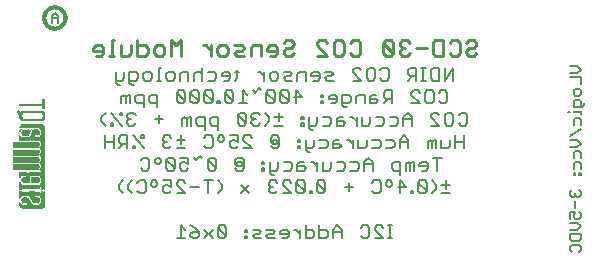
<source format=gbr>
G04 EAGLE Gerber RS-274X export*
G75*
%MOMM*%
%FSLAX34Y34*%
%LPD*%
%INSilkscreen Bottom*%
%IPPOS*%
%AMOC8*
5,1,8,0,0,1.08239X$1,22.5*%
G01*
%ADD10C,0.127000*%
%ADD11C,0.203200*%
%ADD12C,0.228600*%
%ADD13C,0.304800*%
%ADD14R,0.022863X0.462278*%
%ADD15R,0.022863X0.462281*%
%ADD16R,0.022863X0.436881*%
%ADD17R,0.023113X0.462278*%
%ADD18R,0.023113X0.462281*%
%ADD19R,0.023113X0.436881*%
%ADD20R,0.023116X0.462278*%
%ADD21R,0.023116X0.462281*%
%ADD22R,0.023116X0.436881*%
%ADD23R,0.023113X0.022863*%
%ADD24R,0.023116X0.091441*%
%ADD25R,0.023113X0.139700*%
%ADD26R,0.023116X0.185419*%
%ADD27R,0.023113X0.254000*%
%ADD28R,0.023113X0.299719*%
%ADD29R,0.023116X0.345438*%
%ADD30R,0.023113X0.391159*%
%ADD31R,0.023116X0.393700*%
%ADD32R,0.022863X0.325119*%
%ADD33R,0.022863X0.599438*%
%ADD34R,0.022863X0.622300*%
%ADD35R,0.022863X0.530859*%
%ADD36R,0.022863X0.439422*%
%ADD37R,0.022863X0.231138*%
%ADD38R,0.022863X0.071119*%
%ADD39R,0.022863X0.533400*%
%ADD40R,0.022863X0.208281*%
%ADD41R,0.023113X0.345441*%
%ADD42R,0.023113X0.576578*%
%ADD43R,0.023113X0.599438*%
%ADD44R,0.023113X0.508000*%
%ADD45R,0.023113X0.416563*%
%ADD46R,0.023113X0.208278*%
%ADD47R,0.023113X0.553722*%
%ADD48R,0.023113X0.208281*%
%ADD49R,0.023116X0.345441*%
%ADD50R,0.023116X0.530859*%
%ADD51R,0.023116X0.370841*%
%ADD52R,0.023116X0.162559*%
%ADD53R,0.023116X0.576581*%
%ADD54R,0.023116X0.208281*%
%ADD55R,0.023113X0.322578*%
%ADD56R,0.023113X0.485137*%
%ADD57R,0.023113X0.416559*%
%ADD58R,0.023113X0.347981*%
%ADD59R,0.023113X0.116838*%
%ADD60R,0.023113X0.647700*%
%ADD61R,0.023116X0.322581*%
%ADD62R,0.023116X0.485137*%
%ADD63R,0.023116X0.093978*%
%ADD64R,0.023116X0.231141*%
%ADD65R,0.023116X0.693419*%
%ADD66R,0.023113X0.322581*%
%ADD67R,0.023113X0.439419*%
%ADD68R,0.023113X0.370841*%
%ADD69R,0.023113X0.299722*%
%ADD70R,0.023113X0.045719*%
%ADD71R,0.023113X0.739138*%
%ADD72R,0.023113X0.414019*%
%ADD73R,0.023113X0.347978*%
%ADD74R,0.023113X0.762000*%
%ADD75R,0.023116X0.414019*%
%ADD76R,0.023116X0.182881*%
%ADD77R,0.023116X0.347978*%
%ADD78R,0.023116X0.276863*%
%ADD79R,0.023116X0.116841*%
%ADD80R,0.023116X0.276859*%
%ADD81R,0.023116X0.784863*%
%ADD82R,0.023113X0.325119*%
%ADD83R,0.023113X0.276863*%
%ADD84R,0.023113X0.276859*%
%ADD85R,0.023116X0.325119*%
%ADD86R,0.023116X0.391159*%
%ADD87R,0.023116X0.302259*%
%ADD88R,0.023116X0.254000*%
%ADD89R,0.023113X0.302259*%
%ADD90R,0.023113X0.393700*%
%ADD91R,0.023113X0.231141*%
%ADD92R,0.022863X0.302259*%
%ADD93R,0.022863X0.439419*%
%ADD94R,0.022863X0.368300*%
%ADD95R,0.022863X0.391159*%
%ADD96R,0.022863X0.416559*%
%ADD97R,0.022863X0.276863*%
%ADD98R,0.022863X0.205741*%
%ADD99R,0.023113X0.368300*%
%ADD100R,0.023113X0.205741*%
%ADD101R,0.023116X0.368300*%
%ADD102R,0.023116X0.205741*%
%ADD103R,0.023113X0.182881*%
%ADD104R,0.022863X0.276859*%
%ADD105R,0.022863X0.182881*%
%ADD106R,0.023113X0.924559*%
%ADD107R,0.023116X0.924559*%
%ADD108R,0.023113X0.901700*%
%ADD109R,0.023116X0.901700*%
%ADD110R,0.023113X0.878841*%
%ADD111R,0.023116X0.855981*%
%ADD112R,0.023113X0.833119*%
%ADD113R,0.022863X0.787400*%
%ADD114R,0.022863X0.414019*%
%ADD115R,0.022863X0.924559*%
%ADD116R,0.023113X0.739141*%
%ADD117R,0.023116X0.716281*%
%ADD118R,0.023116X0.299722*%
%ADD119R,0.023113X0.670559*%
%ADD120R,0.023116X0.647700*%
%ADD121R,0.023116X0.508000*%
%ADD122R,0.023116X0.299719*%
%ADD123R,0.023113X0.601981*%
%ADD124R,0.023113X0.530859*%
%ADD125R,0.023113X0.231138*%
%ADD126R,0.023113X0.556259*%
%ADD127R,0.023113X0.185419*%
%ADD128R,0.023116X0.533400*%
%ADD129R,0.023116X0.599438*%
%ADD130R,0.023116X0.416563*%
%ADD131R,0.023116X0.116838*%
%ADD132R,0.023113X0.485141*%
%ADD133R,0.023113X0.645159*%
%ADD134R,0.023113X0.716278*%
%ADD135R,0.022863X0.393700*%
%ADD136R,0.022863X0.762000*%
%ADD137R,0.022863X0.624841*%
%ADD138R,0.023113X0.784859*%
%ADD139R,0.023113X0.693422*%
%ADD140R,0.023116X0.830578*%
%ADD141R,0.023116X0.739141*%
%ADD142R,0.023113X0.876300*%
%ADD143R,0.023113X0.807722*%
%ADD144R,0.023116X0.899159*%
%ADD145R,0.023116X0.878841*%
%ADD146R,0.023113X0.922019*%
%ADD147R,0.023113X0.947419*%
%ADD148R,0.023116X0.970278*%
%ADD149R,0.023113X0.970278*%
%ADD150R,0.023116X0.439419*%
%ADD151R,0.022863X0.299722*%
%ADD152R,0.023116X0.416559*%
%ADD153R,0.023116X0.347981*%
%ADD154R,0.023113X0.137159*%
%ADD155R,0.023113X0.093978*%
%ADD156R,0.023113X0.091441*%
%ADD157R,0.023113X0.093981*%
%ADD158R,0.023113X0.114300*%
%ADD159R,0.023116X0.045719*%
%ADD160R,0.023116X0.045722*%
%ADD161R,0.023113X0.071119*%
%ADD162R,0.023113X0.116841*%
%ADD163R,0.023116X0.139700*%
%ADD164R,0.022863X0.322581*%
%ADD165R,0.022863X0.345441*%
%ADD166R,0.022863X0.162559*%
%ADD167R,0.022863X0.576581*%
%ADD168R,0.023113X0.668019*%
%ADD169R,0.023113X0.533400*%
%ADD170R,0.023116X1.455419*%
%ADD171R,0.023116X5.519419*%
%ADD172R,0.023113X1.455419*%
%ADD173R,0.023113X5.519419*%
%ADD174R,0.023116X5.494019*%
%ADD175R,0.023113X1.430019*%
%ADD176R,0.023113X5.494019*%
%ADD177R,0.023116X1.430019*%
%ADD178R,0.023116X5.471159*%
%ADD179R,0.023116X0.762000*%
%ADD180R,0.023113X1.407159*%
%ADD181R,0.023113X5.471159*%
%ADD182R,0.022863X1.384300*%
%ADD183R,0.022863X5.448300*%
%ADD184R,0.022863X0.716278*%
%ADD185R,0.022863X0.878841*%
%ADD186R,0.023113X1.361438*%
%ADD187R,0.023113X5.425438*%
%ADD188R,0.023116X1.338578*%
%ADD189R,0.023116X5.402578*%
%ADD190R,0.023116X0.624841*%
%ADD191R,0.023113X1.292859*%
%ADD192R,0.023113X5.356859*%
%ADD193R,0.023116X1.224278*%
%ADD194R,0.023116X5.288278*%


D10*
X497197Y200314D02*
X503129Y200314D01*
X506095Y197348D01*
X503129Y194382D01*
X497197Y194382D01*
X497197Y190959D02*
X506095Y190959D01*
X506095Y185027D01*
X506095Y180120D02*
X506095Y177155D01*
X504612Y175672D01*
X501646Y175672D01*
X500163Y177155D01*
X500163Y180120D01*
X501646Y181603D01*
X504612Y181603D01*
X506095Y180120D01*
X509061Y169282D02*
X509061Y167799D01*
X507578Y166316D01*
X500163Y166316D01*
X500163Y170765D01*
X501646Y172248D01*
X504612Y172248D01*
X506095Y170765D01*
X506095Y166316D01*
X500163Y162893D02*
X500163Y161410D01*
X506095Y161410D01*
X506095Y162893D02*
X506095Y159927D01*
X497197Y161410D02*
X495714Y161410D01*
X500163Y155173D02*
X500163Y150725D01*
X500163Y155173D02*
X501646Y156656D01*
X504612Y156656D01*
X506095Y155173D01*
X506095Y150725D01*
X506095Y147301D02*
X497197Y141369D01*
X497197Y137946D02*
X503129Y137946D01*
X506095Y134980D01*
X503129Y132014D01*
X497197Y132014D01*
X500163Y127108D02*
X500163Y122659D01*
X500163Y127108D02*
X501646Y128591D01*
X504612Y128591D01*
X506095Y127108D01*
X506095Y122659D01*
X500163Y117753D02*
X500163Y113304D01*
X500163Y117753D02*
X501646Y119235D01*
X504612Y119235D01*
X506095Y117753D01*
X506095Y113304D01*
X500163Y109880D02*
X500163Y108397D01*
X501646Y108397D01*
X501646Y109880D01*
X500163Y109880D01*
X504612Y109880D02*
X504612Y108397D01*
X506095Y108397D01*
X506095Y109880D01*
X504612Y109880D01*
X498680Y95848D02*
X497197Y94365D01*
X497197Y91399D01*
X498680Y89916D01*
X500163Y89916D01*
X501646Y91399D01*
X501646Y92882D01*
X501646Y91399D02*
X503129Y89916D01*
X504612Y89916D01*
X506095Y91399D01*
X506095Y94365D01*
X504612Y95848D01*
X501646Y86492D02*
X501646Y80561D01*
X497197Y77137D02*
X497197Y71205D01*
X497197Y77137D02*
X501646Y77137D01*
X500163Y74171D01*
X500163Y72688D01*
X501646Y71205D01*
X504612Y71205D01*
X506095Y72688D01*
X506095Y75654D01*
X504612Y77137D01*
X503129Y67782D02*
X497197Y67782D01*
X503129Y67782D02*
X506095Y64816D01*
X503129Y61850D01*
X497197Y61850D01*
X497197Y58427D02*
X506095Y58427D01*
X506095Y53978D01*
X504612Y52495D01*
X498680Y52495D01*
X497197Y53978D01*
X497197Y58427D01*
X497197Y44623D02*
X498680Y43140D01*
X497197Y44623D02*
X497197Y47589D01*
X498680Y49072D01*
X504612Y49072D01*
X506095Y47589D01*
X506095Y44623D01*
X504612Y43140D01*
D11*
X398184Y188341D02*
X398184Y199018D01*
X391066Y188341D01*
X391066Y199018D01*
X386490Y199018D02*
X386490Y188341D01*
X381152Y188341D01*
X379372Y190121D01*
X379372Y197239D01*
X381152Y199018D01*
X386490Y199018D01*
X374797Y188341D02*
X371237Y188341D01*
X373017Y188341D02*
X373017Y199018D01*
X374797Y199018D02*
X371237Y199018D01*
X367001Y199018D02*
X367001Y188341D01*
X367001Y199018D02*
X361662Y199018D01*
X359882Y197239D01*
X359882Y193680D01*
X361662Y191900D01*
X367001Y191900D01*
X363442Y191900D02*
X359882Y188341D01*
X338274Y199018D02*
X336495Y197239D01*
X338274Y199018D02*
X341833Y199018D01*
X343613Y197239D01*
X343613Y190121D01*
X341833Y188341D01*
X338274Y188341D01*
X336495Y190121D01*
X330139Y199018D02*
X326580Y199018D01*
X330139Y199018D02*
X331919Y197239D01*
X331919Y190121D01*
X330139Y188341D01*
X326580Y188341D01*
X324801Y190121D01*
X324801Y197239D01*
X326580Y199018D01*
X320225Y188341D02*
X313107Y188341D01*
X320225Y188341D02*
X313107Y195459D01*
X313107Y197239D01*
X314886Y199018D01*
X318445Y199018D01*
X320225Y197239D01*
X296837Y188341D02*
X291498Y188341D01*
X289719Y190121D01*
X291498Y191900D01*
X295057Y191900D01*
X296837Y193680D01*
X295057Y195459D01*
X289719Y195459D01*
X283363Y188341D02*
X279804Y188341D01*
X283363Y188341D02*
X285143Y190121D01*
X285143Y193680D01*
X283363Y195459D01*
X279804Y195459D01*
X278025Y193680D01*
X278025Y191900D01*
X285143Y191900D01*
X273449Y188341D02*
X273449Y195459D01*
X268110Y195459D01*
X266331Y193680D01*
X266331Y188341D01*
X261755Y188341D02*
X256416Y188341D01*
X254637Y190121D01*
X256416Y191900D01*
X259975Y191900D01*
X261755Y193680D01*
X259975Y195459D01*
X254637Y195459D01*
X248281Y188341D02*
X244722Y188341D01*
X242943Y190121D01*
X242943Y193680D01*
X244722Y195459D01*
X248281Y195459D01*
X250061Y193680D01*
X250061Y190121D01*
X248281Y188341D01*
X238367Y188341D02*
X238367Y195459D01*
X238367Y191900D02*
X234808Y195459D01*
X233028Y195459D01*
X215148Y197239D02*
X215148Y190121D01*
X213369Y188341D01*
X213369Y195459D02*
X216928Y195459D01*
X207352Y188341D02*
X203793Y188341D01*
X207352Y188341D02*
X209132Y190121D01*
X209132Y193680D01*
X207352Y195459D01*
X203793Y195459D01*
X202014Y193680D01*
X202014Y191900D01*
X209132Y191900D01*
X195659Y195459D02*
X190320Y195459D01*
X195659Y195459D02*
X197438Y193680D01*
X197438Y190121D01*
X195659Y188341D01*
X190320Y188341D01*
X185744Y188341D02*
X185744Y199018D01*
X183965Y195459D02*
X185744Y193680D01*
X183965Y195459D02*
X180405Y195459D01*
X178626Y193680D01*
X178626Y188341D01*
X174050Y188341D02*
X174050Y195459D01*
X168712Y195459D01*
X166932Y193680D01*
X166932Y188341D01*
X160577Y188341D02*
X157018Y188341D01*
X155238Y190121D01*
X155238Y193680D01*
X157018Y195459D01*
X160577Y195459D01*
X162356Y193680D01*
X162356Y190121D01*
X160577Y188341D01*
X150662Y199018D02*
X148883Y199018D01*
X148883Y188341D01*
X150662Y188341D02*
X147103Y188341D01*
X141087Y188341D02*
X137528Y188341D01*
X135748Y190121D01*
X135748Y193680D01*
X137528Y195459D01*
X141087Y195459D01*
X142866Y193680D01*
X142866Y190121D01*
X141087Y188341D01*
X127613Y184782D02*
X125834Y184782D01*
X124054Y186562D01*
X124054Y195459D01*
X129393Y195459D01*
X131172Y193680D01*
X131172Y190121D01*
X129393Y188341D01*
X124054Y188341D01*
X119478Y190121D02*
X119478Y195459D01*
X119478Y190121D02*
X117699Y188341D01*
X112360Y188341D01*
X112360Y186562D02*
X112360Y195459D01*
X112360Y186562D02*
X114140Y184782D01*
X115919Y184782D01*
X386194Y178189D02*
X387973Y179968D01*
X391532Y179968D01*
X393312Y178189D01*
X393312Y171071D01*
X391532Y169291D01*
X387973Y169291D01*
X386194Y171071D01*
X379839Y179968D02*
X376279Y179968D01*
X379839Y179968D02*
X381618Y178189D01*
X381618Y171071D01*
X379839Y169291D01*
X376279Y169291D01*
X374500Y171071D01*
X374500Y178189D01*
X376279Y179968D01*
X369924Y169291D02*
X362806Y169291D01*
X369924Y169291D02*
X362806Y176409D01*
X362806Y178189D01*
X364585Y179968D01*
X368145Y179968D01*
X369924Y178189D01*
X346536Y179968D02*
X346536Y169291D01*
X346536Y179968D02*
X341198Y179968D01*
X339418Y178189D01*
X339418Y174630D01*
X341198Y172850D01*
X346536Y172850D01*
X342977Y172850D02*
X339418Y169291D01*
X333063Y176409D02*
X329504Y176409D01*
X327724Y174630D01*
X327724Y169291D01*
X333063Y169291D01*
X334842Y171071D01*
X333063Y172850D01*
X327724Y172850D01*
X323148Y169291D02*
X323148Y176409D01*
X317810Y176409D01*
X316030Y174630D01*
X316030Y169291D01*
X307895Y165732D02*
X306116Y165732D01*
X304336Y167512D01*
X304336Y176409D01*
X309675Y176409D01*
X311454Y174630D01*
X311454Y171071D01*
X309675Y169291D01*
X304336Y169291D01*
X297981Y169291D02*
X294422Y169291D01*
X297981Y169291D02*
X299760Y171071D01*
X299760Y174630D01*
X297981Y176409D01*
X294422Y176409D01*
X292642Y174630D01*
X292642Y172850D01*
X299760Y172850D01*
X288066Y176409D02*
X286287Y176409D01*
X286287Y174630D01*
X288066Y174630D01*
X288066Y176409D01*
X288066Y171071D02*
X286287Y171071D01*
X286287Y169291D01*
X288066Y169291D01*
X288066Y171071D01*
X265187Y169291D02*
X265187Y179968D01*
X270525Y174630D01*
X263407Y174630D01*
X258831Y171071D02*
X258831Y178189D01*
X257052Y179968D01*
X253493Y179968D01*
X251713Y178189D01*
X251713Y171071D01*
X253493Y169291D01*
X257052Y169291D01*
X258831Y171071D01*
X251713Y178189D01*
X247137Y178189D02*
X247137Y171071D01*
X247137Y178189D02*
X245358Y179968D01*
X241799Y179968D01*
X240019Y178189D01*
X240019Y171071D01*
X241799Y169291D01*
X245358Y169291D01*
X247137Y171071D01*
X240019Y178189D01*
X235443Y179968D02*
X233664Y181748D01*
X230105Y178189D01*
X228325Y179968D01*
X223749Y176409D02*
X220190Y179968D01*
X220190Y169291D01*
X223749Y169291D02*
X216631Y169291D01*
X212055Y171071D02*
X212055Y178189D01*
X210276Y179968D01*
X206717Y179968D01*
X204937Y178189D01*
X204937Y171071D01*
X206717Y169291D01*
X210276Y169291D01*
X212055Y171071D01*
X204937Y178189D01*
X200362Y171071D02*
X200362Y169291D01*
X200362Y171071D02*
X198582Y171071D01*
X198582Y169291D01*
X200362Y169291D01*
X194515Y171071D02*
X194515Y178189D01*
X192735Y179968D01*
X189176Y179968D01*
X187396Y178189D01*
X187396Y171071D01*
X189176Y169291D01*
X192735Y169291D01*
X194515Y171071D01*
X187396Y178189D01*
X182821Y178189D02*
X182821Y171071D01*
X182821Y178189D02*
X181041Y179968D01*
X177482Y179968D01*
X175703Y178189D01*
X175703Y171071D01*
X177482Y169291D01*
X181041Y169291D01*
X182821Y171071D01*
X175703Y178189D01*
X171127Y178189D02*
X171127Y171071D01*
X171127Y178189D02*
X169347Y179968D01*
X165788Y179968D01*
X164009Y178189D01*
X164009Y171071D01*
X165788Y169291D01*
X169347Y169291D01*
X171127Y171071D01*
X164009Y178189D01*
X147739Y176409D02*
X147739Y165732D01*
X147739Y176409D02*
X142400Y176409D01*
X140621Y174630D01*
X140621Y171071D01*
X142400Y169291D01*
X147739Y169291D01*
X136045Y165732D02*
X136045Y176409D01*
X130706Y176409D01*
X128927Y174630D01*
X128927Y171071D01*
X130706Y169291D01*
X136045Y169291D01*
X124351Y169291D02*
X124351Y176409D01*
X122571Y176409D01*
X120792Y174630D01*
X120792Y169291D01*
X120792Y174630D02*
X119012Y176409D01*
X117233Y174630D01*
X117233Y169291D01*
X402760Y159139D02*
X404540Y160918D01*
X408099Y160918D01*
X409878Y159139D01*
X409878Y152021D01*
X408099Y150241D01*
X404540Y150241D01*
X402760Y152021D01*
X396405Y160918D02*
X392846Y160918D01*
X396405Y160918D02*
X398184Y159139D01*
X398184Y152021D01*
X396405Y150241D01*
X392846Y150241D01*
X391066Y152021D01*
X391066Y159139D01*
X392846Y160918D01*
X386491Y150241D02*
X379372Y150241D01*
X379372Y157359D02*
X386491Y150241D01*
X379372Y157359D02*
X379372Y159139D01*
X381152Y160918D01*
X384711Y160918D01*
X386491Y159139D01*
X363103Y157359D02*
X363103Y150241D01*
X363103Y157359D02*
X359544Y160918D01*
X355985Y157359D01*
X355985Y150241D01*
X355985Y155580D02*
X363103Y155580D01*
X349629Y157359D02*
X344291Y157359D01*
X349629Y157359D02*
X351409Y155580D01*
X351409Y152021D01*
X349629Y150241D01*
X344291Y150241D01*
X337935Y157359D02*
X332597Y157359D01*
X337935Y157359D02*
X339715Y155580D01*
X339715Y152021D01*
X337935Y150241D01*
X332597Y150241D01*
X328021Y152021D02*
X328021Y157359D01*
X328021Y152021D02*
X326241Y150241D01*
X320903Y150241D01*
X320903Y157359D01*
X316327Y157359D02*
X316327Y150241D01*
X316327Y153800D02*
X312768Y157359D01*
X310988Y157359D01*
X304802Y157359D02*
X301243Y157359D01*
X299464Y155580D01*
X299464Y150241D01*
X304802Y150241D01*
X306582Y152021D01*
X304802Y153800D01*
X299464Y153800D01*
X293108Y157359D02*
X287770Y157359D01*
X293108Y157359D02*
X294888Y155580D01*
X294888Y152021D01*
X293108Y150241D01*
X287770Y150241D01*
X283194Y152021D02*
X283194Y157359D01*
X283194Y152021D02*
X281414Y150241D01*
X276076Y150241D01*
X276076Y148462D02*
X276076Y157359D01*
X276076Y148462D02*
X277855Y146682D01*
X279635Y146682D01*
X271500Y157359D02*
X269720Y157359D01*
X269720Y155580D01*
X271500Y155580D01*
X271500Y157359D01*
X271500Y152021D02*
X269720Y152021D01*
X269720Y150241D01*
X271500Y150241D01*
X271500Y152021D01*
X253959Y150241D02*
X246841Y150241D01*
X246841Y157359D02*
X253959Y157359D01*
X250400Y160918D02*
X250400Y153800D01*
X242265Y153800D02*
X238706Y150241D01*
X242265Y153800D02*
X242265Y157359D01*
X238706Y160918D01*
X234469Y159139D02*
X232689Y160918D01*
X229130Y160918D01*
X227351Y159139D01*
X227351Y157359D01*
X229130Y155580D01*
X230910Y155580D01*
X229130Y155580D02*
X227351Y153800D01*
X227351Y152021D01*
X229130Y150241D01*
X232689Y150241D01*
X234469Y152021D01*
X222775Y152021D02*
X222775Y159139D01*
X220995Y160918D01*
X217436Y160918D01*
X215657Y159139D01*
X215657Y152021D01*
X217436Y150241D01*
X220995Y150241D01*
X222775Y152021D01*
X215657Y159139D01*
X199387Y157359D02*
X199387Y146682D01*
X199387Y157359D02*
X194048Y157359D01*
X192269Y155580D01*
X192269Y152021D01*
X194048Y150241D01*
X199387Y150241D01*
X187693Y146682D02*
X187693Y157359D01*
X182355Y157359D01*
X180575Y155580D01*
X180575Y152021D01*
X182355Y150241D01*
X187693Y150241D01*
X175999Y150241D02*
X175999Y157359D01*
X174220Y157359D01*
X172440Y155580D01*
X172440Y150241D01*
X172440Y155580D02*
X170661Y157359D01*
X168881Y155580D01*
X168881Y150241D01*
X152611Y155580D02*
X145493Y155580D01*
X149052Y159139D02*
X149052Y152021D01*
X129223Y159139D02*
X127444Y160918D01*
X123885Y160918D01*
X122105Y159139D01*
X122105Y157359D01*
X123885Y155580D01*
X125664Y155580D01*
X123885Y155580D02*
X122105Y153800D01*
X122105Y152021D01*
X123885Y150241D01*
X127444Y150241D01*
X129223Y152021D01*
X110411Y152021D02*
X110411Y150241D01*
X110411Y152021D02*
X108632Y152021D01*
X108632Y150241D01*
X110411Y150241D01*
X115750Y160918D02*
X117529Y160918D01*
X115750Y160918D02*
X115750Y159139D01*
X117529Y159139D01*
X117529Y160918D01*
X108632Y160918D02*
X117529Y150241D01*
X103886Y150241D02*
X100327Y153800D01*
X100327Y157359D01*
X103886Y160918D01*
X406955Y141868D02*
X406955Y131191D01*
X406955Y136530D02*
X399837Y136530D01*
X399837Y141868D02*
X399837Y131191D01*
X395261Y132971D02*
X395261Y138309D01*
X395261Y132971D02*
X393481Y131191D01*
X388143Y131191D01*
X388143Y138309D01*
X383567Y138309D02*
X383567Y131191D01*
X383567Y138309D02*
X381788Y138309D01*
X380008Y136530D01*
X380008Y131191D01*
X380008Y136530D02*
X378228Y138309D01*
X376449Y136530D01*
X376449Y131191D01*
X360179Y131191D02*
X360179Y138309D01*
X356620Y141868D01*
X353061Y138309D01*
X353061Y131191D01*
X353061Y136530D02*
X360179Y136530D01*
X346706Y138309D02*
X341367Y138309D01*
X346706Y138309D02*
X348485Y136530D01*
X348485Y132971D01*
X346706Y131191D01*
X341367Y131191D01*
X335012Y138309D02*
X329673Y138309D01*
X335012Y138309D02*
X336791Y136530D01*
X336791Y132971D01*
X335012Y131191D01*
X329673Y131191D01*
X325097Y132971D02*
X325097Y138309D01*
X325097Y132971D02*
X323318Y131191D01*
X317979Y131191D01*
X317979Y138309D01*
X313403Y138309D02*
X313403Y131191D01*
X313403Y134750D02*
X309844Y138309D01*
X308065Y138309D01*
X301879Y138309D02*
X298320Y138309D01*
X296540Y136530D01*
X296540Y131191D01*
X301879Y131191D01*
X303658Y132971D01*
X301879Y134750D01*
X296540Y134750D01*
X290185Y138309D02*
X284846Y138309D01*
X290185Y138309D02*
X291964Y136530D01*
X291964Y132971D01*
X290185Y131191D01*
X284846Y131191D01*
X280270Y132971D02*
X280270Y138309D01*
X280270Y132971D02*
X278491Y131191D01*
X273152Y131191D01*
X273152Y129412D02*
X273152Y138309D01*
X273152Y129412D02*
X274932Y127632D01*
X276711Y127632D01*
X268576Y138309D02*
X266797Y138309D01*
X266797Y136530D01*
X268576Y136530D01*
X268576Y138309D01*
X268576Y132971D02*
X266797Y132971D01*
X266797Y131191D01*
X268576Y131191D01*
X268576Y132971D01*
X245697Y131191D02*
X243917Y132971D01*
X245697Y131191D02*
X249256Y131191D01*
X251035Y132971D01*
X251035Y140089D01*
X249256Y141868D01*
X245697Y141868D01*
X243917Y140089D01*
X243917Y136530D01*
X245697Y134750D01*
X249256Y134750D01*
X249256Y138309D01*
X245697Y138309D01*
X245697Y134750D01*
X227647Y131191D02*
X220529Y131191D01*
X227647Y131191D02*
X220529Y138309D01*
X220529Y140089D01*
X222309Y141868D01*
X225868Y141868D01*
X227647Y140089D01*
X215953Y141868D02*
X208835Y141868D01*
X215953Y141868D02*
X215953Y136530D01*
X212394Y138309D01*
X210615Y138309D01*
X208835Y136530D01*
X208835Y132971D01*
X210615Y131191D01*
X214174Y131191D01*
X215953Y132971D01*
X202480Y141868D02*
X200700Y141868D01*
X198921Y140089D01*
X198921Y138309D01*
X200700Y136530D01*
X202480Y136530D01*
X204260Y138309D01*
X204260Y140089D01*
X202480Y141868D01*
X189176Y141868D02*
X187396Y140089D01*
X189176Y141868D02*
X192735Y141868D01*
X194515Y140089D01*
X194515Y132971D01*
X192735Y131191D01*
X189176Y131191D01*
X187396Y132971D01*
X171127Y131191D02*
X164009Y131191D01*
X164009Y138309D02*
X171127Y138309D01*
X167568Y141868D02*
X167568Y134750D01*
X159433Y140089D02*
X157653Y141868D01*
X154094Y141868D01*
X152315Y140089D01*
X152315Y138309D01*
X154094Y136530D01*
X155874Y136530D01*
X154094Y136530D02*
X152315Y134750D01*
X152315Y132971D01*
X154094Y131191D01*
X157653Y131191D01*
X159433Y132971D01*
X128927Y132971D02*
X128927Y131191D01*
X128927Y132971D02*
X127147Y132971D01*
X127147Y131191D01*
X128927Y131191D01*
X134265Y141868D02*
X136045Y141868D01*
X134265Y141868D02*
X134265Y140089D01*
X136045Y140089D01*
X136045Y141868D01*
X127147Y141868D02*
X136045Y131191D01*
X122402Y131191D02*
X122402Y141868D01*
X117063Y141868D01*
X115284Y140089D01*
X115284Y136530D01*
X117063Y134750D01*
X122402Y134750D01*
X118843Y134750D02*
X115284Y131191D01*
X110708Y131191D02*
X110708Y141868D01*
X110708Y136530D02*
X103590Y136530D01*
X103590Y141868D02*
X103590Y131191D01*
X384880Y122818D02*
X384880Y112141D01*
X388439Y122818D02*
X381321Y122818D01*
X374966Y112141D02*
X371407Y112141D01*
X374966Y112141D02*
X376746Y113921D01*
X376746Y117480D01*
X374966Y119259D01*
X371407Y119259D01*
X369627Y117480D01*
X369627Y115700D01*
X376746Y115700D01*
X365052Y112141D02*
X365052Y119259D01*
X363272Y119259D01*
X361493Y117480D01*
X361493Y112141D01*
X361493Y117480D02*
X359713Y119259D01*
X357933Y117480D01*
X357933Y112141D01*
X353358Y108582D02*
X353358Y119259D01*
X348019Y119259D01*
X346240Y117480D01*
X346240Y113921D01*
X348019Y112141D01*
X353358Y112141D01*
X329970Y112141D02*
X329970Y119259D01*
X326411Y122818D01*
X322852Y119259D01*
X322852Y112141D01*
X322852Y117480D02*
X329970Y117480D01*
X316496Y119259D02*
X311158Y119259D01*
X316496Y119259D02*
X318276Y117480D01*
X318276Y113921D01*
X316496Y112141D01*
X311158Y112141D01*
X304802Y119259D02*
X299464Y119259D01*
X304802Y119259D02*
X306582Y117480D01*
X306582Y113921D01*
X304802Y112141D01*
X299464Y112141D01*
X294888Y113921D02*
X294888Y119259D01*
X294888Y113921D02*
X293108Y112141D01*
X287770Y112141D01*
X287770Y119259D01*
X283194Y119259D02*
X283194Y112141D01*
X283194Y115700D02*
X279635Y119259D01*
X277855Y119259D01*
X271669Y119259D02*
X268110Y119259D01*
X266331Y117480D01*
X266331Y112141D01*
X271669Y112141D01*
X273449Y113921D01*
X271669Y115700D01*
X266331Y115700D01*
X259975Y119259D02*
X254637Y119259D01*
X259975Y119259D02*
X261755Y117480D01*
X261755Y113921D01*
X259975Y112141D01*
X254637Y112141D01*
X250061Y113921D02*
X250061Y119259D01*
X250061Y113921D02*
X248281Y112141D01*
X242943Y112141D01*
X242943Y110362D02*
X242943Y119259D01*
X242943Y110362D02*
X244722Y108582D01*
X246502Y108582D01*
X238367Y119259D02*
X236587Y119259D01*
X236587Y117480D01*
X238367Y117480D01*
X238367Y119259D01*
X238367Y113921D02*
X236587Y113921D01*
X236587Y112141D01*
X238367Y112141D01*
X238367Y113921D01*
X215487Y112141D02*
X213708Y113921D01*
X215487Y112141D02*
X219046Y112141D01*
X220826Y113921D01*
X220826Y121039D01*
X219046Y122818D01*
X215487Y122818D01*
X213708Y121039D01*
X213708Y117480D01*
X215487Y115700D01*
X219046Y115700D01*
X219046Y119259D01*
X215487Y119259D01*
X215487Y115700D01*
X197438Y113921D02*
X197438Y121039D01*
X195659Y122818D01*
X192099Y122818D01*
X190320Y121039D01*
X190320Y113921D01*
X192099Y112141D01*
X195659Y112141D01*
X197438Y113921D01*
X190320Y121039D01*
X185744Y122818D02*
X183965Y124598D01*
X180405Y121039D01*
X178626Y122818D01*
X174050Y122818D02*
X166932Y122818D01*
X174050Y122818D02*
X174050Y117480D01*
X170491Y119259D01*
X168712Y119259D01*
X166932Y117480D01*
X166932Y113921D01*
X168712Y112141D01*
X172271Y112141D01*
X174050Y113921D01*
X162356Y113921D02*
X162356Y121039D01*
X160577Y122818D01*
X157018Y122818D01*
X155238Y121039D01*
X155238Y113921D01*
X157018Y112141D01*
X160577Y112141D01*
X162356Y113921D01*
X155238Y121039D01*
X148883Y122818D02*
X147103Y122818D01*
X145324Y121039D01*
X145324Y119259D01*
X147103Y117480D01*
X148883Y117480D01*
X150662Y119259D01*
X150662Y121039D01*
X148883Y122818D01*
X135579Y122818D02*
X133799Y121039D01*
X135579Y122818D02*
X139138Y122818D01*
X140917Y121039D01*
X140917Y113921D01*
X139138Y112141D01*
X135579Y112141D01*
X133799Y113921D01*
X388143Y93091D02*
X395261Y93091D01*
X395261Y100209D02*
X388143Y100209D01*
X391702Y103768D02*
X391702Y96650D01*
X383567Y96650D02*
X380008Y93091D01*
X383567Y96650D02*
X383567Y100209D01*
X380008Y103768D01*
X375771Y101989D02*
X375771Y94871D01*
X375771Y101989D02*
X373992Y103768D01*
X370432Y103768D01*
X368653Y101989D01*
X368653Y94871D01*
X370432Y93091D01*
X373992Y93091D01*
X375771Y94871D01*
X368653Y101989D01*
X364077Y94871D02*
X364077Y93091D01*
X364077Y94871D02*
X362298Y94871D01*
X362298Y93091D01*
X364077Y93091D01*
X352892Y93091D02*
X352892Y103768D01*
X358230Y98430D01*
X351112Y98430D01*
X344757Y103768D02*
X342977Y103768D01*
X341198Y101989D01*
X341198Y100209D01*
X342977Y98430D01*
X344757Y98430D01*
X346536Y100209D01*
X346536Y101989D01*
X344757Y103768D01*
X331453Y103768D02*
X329673Y101989D01*
X331453Y103768D02*
X335012Y103768D01*
X336791Y101989D01*
X336791Y94871D01*
X335012Y93091D01*
X331453Y93091D01*
X329673Y94871D01*
X313403Y98430D02*
X306285Y98430D01*
X309844Y101989D02*
X309844Y94871D01*
X290015Y94871D02*
X290015Y101989D01*
X288236Y103768D01*
X284677Y103768D01*
X282897Y101989D01*
X282897Y94871D01*
X284677Y93091D01*
X288236Y93091D01*
X290015Y94871D01*
X282897Y101989D01*
X278321Y94871D02*
X278321Y93091D01*
X278321Y94871D02*
X276542Y94871D01*
X276542Y93091D01*
X278321Y93091D01*
X272474Y94871D02*
X272474Y101989D01*
X270695Y103768D01*
X267136Y103768D01*
X265356Y101989D01*
X265356Y94871D01*
X267136Y93091D01*
X270695Y93091D01*
X272474Y94871D01*
X265356Y101989D01*
X260780Y93091D02*
X253662Y93091D01*
X260780Y93091D02*
X253662Y100209D01*
X253662Y101989D01*
X255442Y103768D01*
X259001Y103768D01*
X260780Y101989D01*
X249086Y101989D02*
X247307Y103768D01*
X243748Y103768D01*
X241968Y101989D01*
X241968Y100209D01*
X243748Y98430D01*
X245527Y98430D01*
X243748Y98430D02*
X241968Y96650D01*
X241968Y94871D01*
X243748Y93091D01*
X247307Y93091D01*
X249086Y94871D01*
X225698Y100209D02*
X218580Y93091D01*
X225698Y93091D02*
X218580Y100209D01*
X202311Y96650D02*
X198751Y93091D01*
X202311Y96650D02*
X202311Y100209D01*
X198751Y103768D01*
X190956Y103768D02*
X190956Y93091D01*
X194515Y103768D02*
X187396Y103768D01*
X182821Y98430D02*
X175703Y98430D01*
X171127Y93091D02*
X164009Y93091D01*
X171127Y93091D02*
X164009Y100209D01*
X164009Y101989D01*
X165788Y103768D01*
X169347Y103768D01*
X171127Y101989D01*
X159433Y103768D02*
X152315Y103768D01*
X159433Y103768D02*
X159433Y98430D01*
X155874Y100209D01*
X154094Y100209D01*
X152315Y98430D01*
X152315Y94871D01*
X154094Y93091D01*
X157653Y93091D01*
X159433Y94871D01*
X145959Y103768D02*
X144180Y103768D01*
X142400Y101989D01*
X142400Y100209D01*
X144180Y98430D01*
X145959Y98430D01*
X147739Y100209D01*
X147739Y101989D01*
X145959Y103768D01*
X132655Y103768D02*
X130876Y101989D01*
X132655Y103768D02*
X136214Y103768D01*
X137994Y101989D01*
X137994Y94871D01*
X136214Y93091D01*
X132655Y93091D01*
X130876Y94871D01*
X126300Y93091D02*
X122741Y96650D01*
X122741Y100209D01*
X126300Y103768D01*
X118504Y93091D02*
X114945Y96650D01*
X114945Y100209D01*
X118504Y103768D01*
X342977Y54991D02*
X346536Y54991D01*
X344756Y54991D02*
X344756Y65668D01*
X342977Y65668D02*
X346536Y65668D01*
X338740Y54991D02*
X331622Y54991D01*
X338740Y54991D02*
X331622Y62109D01*
X331622Y63889D01*
X333401Y65668D01*
X336961Y65668D01*
X338740Y63889D01*
X321707Y65668D02*
X319928Y63889D01*
X321707Y65668D02*
X325267Y65668D01*
X327046Y63889D01*
X327046Y56771D01*
X325267Y54991D01*
X321707Y54991D01*
X319928Y56771D01*
X303658Y54991D02*
X303658Y62109D01*
X300099Y65668D01*
X296540Y62109D01*
X296540Y54991D01*
X296540Y60330D02*
X303658Y60330D01*
X284846Y65668D02*
X284846Y54991D01*
X290185Y54991D01*
X291964Y56771D01*
X291964Y60330D01*
X290185Y62109D01*
X284846Y62109D01*
X273152Y65668D02*
X273152Y54991D01*
X278491Y54991D01*
X280270Y56771D01*
X280270Y60330D01*
X278491Y62109D01*
X273152Y62109D01*
X268576Y62109D02*
X268576Y54991D01*
X268576Y58550D02*
X265017Y62109D01*
X263238Y62109D01*
X257052Y54991D02*
X253493Y54991D01*
X257052Y54991D02*
X258831Y56771D01*
X258831Y60330D01*
X257052Y62109D01*
X253493Y62109D01*
X251713Y60330D01*
X251713Y58550D01*
X258831Y58550D01*
X247137Y54991D02*
X241799Y54991D01*
X240019Y56771D01*
X241799Y58550D01*
X245358Y58550D01*
X247137Y60330D01*
X245358Y62109D01*
X240019Y62109D01*
X235443Y54991D02*
X230105Y54991D01*
X228325Y56771D01*
X230105Y58550D01*
X233664Y58550D01*
X235443Y60330D01*
X233664Y62109D01*
X228325Y62109D01*
X223749Y62109D02*
X221970Y62109D01*
X221970Y60330D01*
X223749Y60330D01*
X223749Y62109D01*
X223749Y56771D02*
X221970Y56771D01*
X221970Y54991D01*
X223749Y54991D01*
X223749Y56771D01*
X206208Y56771D02*
X206208Y63889D01*
X204429Y65668D01*
X200870Y65668D01*
X199090Y63889D01*
X199090Y56771D01*
X200870Y54991D01*
X204429Y54991D01*
X206208Y56771D01*
X199090Y63889D01*
X194514Y62109D02*
X187396Y54991D01*
X194514Y54991D02*
X187396Y62109D01*
X179261Y63889D02*
X175702Y65668D01*
X179261Y63889D02*
X182820Y60330D01*
X182820Y56771D01*
X181041Y54991D01*
X177482Y54991D01*
X175702Y56771D01*
X175702Y58550D01*
X177482Y60330D01*
X182820Y60330D01*
X171126Y62109D02*
X167567Y65668D01*
X167567Y54991D01*
X171126Y54991D02*
X164008Y54991D01*
D12*
X409099Y220227D02*
X411260Y222388D01*
X415581Y222388D01*
X417742Y220227D01*
X417742Y218066D01*
X415581Y215906D01*
X411260Y215906D01*
X409099Y213745D01*
X409099Y211584D01*
X411260Y209423D01*
X415581Y209423D01*
X417742Y211584D01*
X397227Y222388D02*
X395066Y220227D01*
X397227Y222388D02*
X401549Y222388D01*
X403710Y220227D01*
X403710Y211584D01*
X401549Y209423D01*
X397227Y209423D01*
X395066Y211584D01*
X389677Y209423D02*
X389677Y222388D01*
X389677Y209423D02*
X383194Y209423D01*
X381033Y211584D01*
X381033Y220227D01*
X383194Y222388D01*
X389677Y222388D01*
X375644Y215906D02*
X367001Y215906D01*
X361611Y220227D02*
X359450Y222388D01*
X355129Y222388D01*
X352968Y220227D01*
X352968Y218066D01*
X355129Y215906D01*
X357290Y215906D01*
X355129Y215906D02*
X352968Y213745D01*
X352968Y211584D01*
X355129Y209423D01*
X359450Y209423D01*
X361611Y211584D01*
X347578Y211584D02*
X347578Y220227D01*
X345418Y222388D01*
X341096Y222388D01*
X338935Y220227D01*
X338935Y211584D01*
X341096Y209423D01*
X345418Y209423D01*
X347578Y211584D01*
X338935Y220227D01*
X313030Y222388D02*
X310869Y220227D01*
X313030Y222388D02*
X317352Y222388D01*
X319513Y220227D01*
X319513Y211584D01*
X317352Y209423D01*
X313030Y209423D01*
X310869Y211584D01*
X303319Y222388D02*
X298998Y222388D01*
X303319Y222388D02*
X305480Y220227D01*
X305480Y211584D01*
X303319Y209423D01*
X298998Y209423D01*
X296837Y211584D01*
X296837Y220227D01*
X298998Y222388D01*
X291447Y209423D02*
X282804Y209423D01*
X291447Y209423D02*
X282804Y218066D01*
X282804Y220227D01*
X284965Y222388D01*
X289286Y222388D01*
X291447Y220227D01*
X256899Y222388D02*
X254738Y220227D01*
X256899Y222388D02*
X261221Y222388D01*
X263382Y220227D01*
X263382Y218066D01*
X261221Y215906D01*
X256899Y215906D01*
X254738Y213745D01*
X254738Y211584D01*
X256899Y209423D01*
X261221Y209423D01*
X263382Y211584D01*
X247188Y209423D02*
X242866Y209423D01*
X247188Y209423D02*
X249349Y211584D01*
X249349Y215906D01*
X247188Y218066D01*
X242866Y218066D01*
X240706Y215906D01*
X240706Y213745D01*
X249349Y213745D01*
X235316Y209423D02*
X235316Y218066D01*
X228834Y218066D01*
X226673Y215906D01*
X226673Y209423D01*
X221283Y209423D02*
X214801Y209423D01*
X212640Y211584D01*
X214801Y213745D01*
X219123Y213745D01*
X221283Y215906D01*
X219123Y218066D01*
X212640Y218066D01*
X205090Y209423D02*
X200768Y209423D01*
X198607Y211584D01*
X198607Y215906D01*
X200768Y218066D01*
X205090Y218066D01*
X207251Y215906D01*
X207251Y211584D01*
X205090Y209423D01*
X193218Y209423D02*
X193218Y218066D01*
X193218Y213745D02*
X188896Y218066D01*
X186735Y218066D01*
X167491Y222388D02*
X167491Y209423D01*
X163169Y218066D02*
X167491Y222388D01*
X163169Y218066D02*
X158848Y222388D01*
X158848Y209423D01*
X151297Y209423D02*
X146976Y209423D01*
X144815Y211584D01*
X144815Y215906D01*
X146976Y218066D01*
X151297Y218066D01*
X153458Y215906D01*
X153458Y211584D01*
X151297Y209423D01*
X130782Y209423D02*
X130782Y222388D01*
X130782Y209423D02*
X137265Y209423D01*
X139426Y211584D01*
X139426Y215906D01*
X137265Y218066D01*
X130782Y218066D01*
X125393Y218066D02*
X125393Y211584D01*
X123232Y209423D01*
X116749Y209423D01*
X116749Y218066D01*
X111360Y222388D02*
X109199Y222388D01*
X109199Y209423D01*
X111360Y209423D02*
X107038Y209423D01*
X99844Y209423D02*
X95522Y209423D01*
X99844Y209423D02*
X102005Y211584D01*
X102005Y215906D01*
X99844Y218066D01*
X95522Y218066D01*
X93361Y215906D01*
X93361Y213745D01*
X102005Y213745D01*
D13*
X51980Y241300D02*
X51983Y241520D01*
X51991Y241741D01*
X52004Y241961D01*
X52023Y242180D01*
X52048Y242399D01*
X52077Y242618D01*
X52112Y242835D01*
X52153Y243052D01*
X52198Y243268D01*
X52249Y243482D01*
X52305Y243695D01*
X52367Y243907D01*
X52433Y244117D01*
X52505Y244325D01*
X52582Y244532D01*
X52664Y244736D01*
X52750Y244939D01*
X52842Y245139D01*
X52939Y245338D01*
X53040Y245533D01*
X53147Y245726D01*
X53258Y245917D01*
X53373Y246104D01*
X53493Y246289D01*
X53618Y246471D01*
X53747Y246649D01*
X53881Y246825D01*
X54018Y246997D01*
X54160Y247165D01*
X54306Y247331D01*
X54456Y247492D01*
X54610Y247650D01*
X54768Y247804D01*
X54929Y247954D01*
X55095Y248100D01*
X55263Y248242D01*
X55435Y248379D01*
X55611Y248513D01*
X55789Y248642D01*
X55971Y248767D01*
X56156Y248887D01*
X56343Y249002D01*
X56534Y249113D01*
X56727Y249220D01*
X56922Y249321D01*
X57121Y249418D01*
X57321Y249510D01*
X57524Y249596D01*
X57728Y249678D01*
X57935Y249755D01*
X58143Y249827D01*
X58353Y249893D01*
X58565Y249955D01*
X58778Y250011D01*
X58992Y250062D01*
X59208Y250107D01*
X59425Y250148D01*
X59642Y250183D01*
X59861Y250212D01*
X60080Y250237D01*
X60299Y250256D01*
X60519Y250269D01*
X60740Y250277D01*
X60960Y250280D01*
X61180Y250277D01*
X61401Y250269D01*
X61621Y250256D01*
X61840Y250237D01*
X62059Y250212D01*
X62278Y250183D01*
X62495Y250148D01*
X62712Y250107D01*
X62928Y250062D01*
X63142Y250011D01*
X63355Y249955D01*
X63567Y249893D01*
X63777Y249827D01*
X63985Y249755D01*
X64192Y249678D01*
X64396Y249596D01*
X64599Y249510D01*
X64799Y249418D01*
X64998Y249321D01*
X65193Y249220D01*
X65386Y249113D01*
X65577Y249002D01*
X65764Y248887D01*
X65949Y248767D01*
X66131Y248642D01*
X66309Y248513D01*
X66485Y248379D01*
X66657Y248242D01*
X66825Y248100D01*
X66991Y247954D01*
X67152Y247804D01*
X67310Y247650D01*
X67464Y247492D01*
X67614Y247331D01*
X67760Y247165D01*
X67902Y246997D01*
X68039Y246825D01*
X68173Y246649D01*
X68302Y246471D01*
X68427Y246289D01*
X68547Y246104D01*
X68662Y245917D01*
X68773Y245726D01*
X68880Y245533D01*
X68981Y245338D01*
X69078Y245139D01*
X69170Y244939D01*
X69256Y244736D01*
X69338Y244532D01*
X69415Y244325D01*
X69487Y244117D01*
X69553Y243907D01*
X69615Y243695D01*
X69671Y243482D01*
X69722Y243268D01*
X69767Y243052D01*
X69808Y242835D01*
X69843Y242618D01*
X69872Y242399D01*
X69897Y242180D01*
X69916Y241961D01*
X69929Y241741D01*
X69937Y241520D01*
X69940Y241300D01*
X69937Y241080D01*
X69929Y240859D01*
X69916Y240639D01*
X69897Y240420D01*
X69872Y240201D01*
X69843Y239982D01*
X69808Y239765D01*
X69767Y239548D01*
X69722Y239332D01*
X69671Y239118D01*
X69615Y238905D01*
X69553Y238693D01*
X69487Y238483D01*
X69415Y238275D01*
X69338Y238068D01*
X69256Y237864D01*
X69170Y237661D01*
X69078Y237461D01*
X68981Y237262D01*
X68880Y237067D01*
X68773Y236874D01*
X68662Y236683D01*
X68547Y236496D01*
X68427Y236311D01*
X68302Y236129D01*
X68173Y235951D01*
X68039Y235775D01*
X67902Y235603D01*
X67760Y235435D01*
X67614Y235269D01*
X67464Y235108D01*
X67310Y234950D01*
X67152Y234796D01*
X66991Y234646D01*
X66825Y234500D01*
X66657Y234358D01*
X66485Y234221D01*
X66309Y234087D01*
X66131Y233958D01*
X65949Y233833D01*
X65764Y233713D01*
X65577Y233598D01*
X65386Y233487D01*
X65193Y233380D01*
X64998Y233279D01*
X64799Y233182D01*
X64599Y233090D01*
X64396Y233004D01*
X64192Y232922D01*
X63985Y232845D01*
X63777Y232773D01*
X63567Y232707D01*
X63355Y232645D01*
X63142Y232589D01*
X62928Y232538D01*
X62712Y232493D01*
X62495Y232452D01*
X62278Y232417D01*
X62059Y232388D01*
X61840Y232363D01*
X61621Y232344D01*
X61401Y232331D01*
X61180Y232323D01*
X60960Y232320D01*
X60740Y232323D01*
X60519Y232331D01*
X60299Y232344D01*
X60080Y232363D01*
X59861Y232388D01*
X59642Y232417D01*
X59425Y232452D01*
X59208Y232493D01*
X58992Y232538D01*
X58778Y232589D01*
X58565Y232645D01*
X58353Y232707D01*
X58143Y232773D01*
X57935Y232845D01*
X57728Y232922D01*
X57524Y233004D01*
X57321Y233090D01*
X57121Y233182D01*
X56922Y233279D01*
X56727Y233380D01*
X56534Y233487D01*
X56343Y233598D01*
X56156Y233713D01*
X55971Y233833D01*
X55789Y233958D01*
X55611Y234087D01*
X55435Y234221D01*
X55263Y234358D01*
X55095Y234500D01*
X54929Y234646D01*
X54768Y234796D01*
X54610Y234950D01*
X54456Y235108D01*
X54306Y235269D01*
X54160Y235435D01*
X54018Y235603D01*
X53881Y235775D01*
X53747Y235951D01*
X53618Y236129D01*
X53493Y236311D01*
X53373Y236496D01*
X53258Y236683D01*
X53147Y236874D01*
X53040Y237067D01*
X52939Y237262D01*
X52842Y237461D01*
X52750Y237661D01*
X52664Y237864D01*
X52582Y238068D01*
X52505Y238275D01*
X52433Y238483D01*
X52367Y238693D01*
X52305Y238905D01*
X52249Y239118D01*
X52198Y239332D01*
X52153Y239548D01*
X52112Y239765D01*
X52077Y239982D01*
X52048Y240201D01*
X52023Y240420D01*
X52004Y240639D01*
X51991Y240859D01*
X51983Y241080D01*
X51980Y241300D01*
D11*
X63500Y242659D02*
X63500Y237236D01*
X63500Y242659D02*
X60788Y245371D01*
X58077Y242659D01*
X58077Y237236D01*
X58077Y241303D02*
X63500Y241303D01*
D14*
X26670Y114757D03*
D15*
X26670Y121006D03*
X26670Y127229D03*
D16*
X26670Y133579D03*
D17*
X26900Y114757D03*
D18*
X26900Y121006D03*
X26900Y127229D03*
D19*
X26900Y133579D03*
D20*
X27131Y114757D03*
D21*
X27131Y121006D03*
X27131Y127229D03*
D22*
X27131Y133579D03*
D17*
X27362Y114757D03*
D18*
X27362Y121006D03*
X27362Y127229D03*
D19*
X27362Y133579D03*
D20*
X27593Y114757D03*
D21*
X27593Y121006D03*
X27593Y127229D03*
D22*
X27593Y133579D03*
D17*
X27824Y114757D03*
D18*
X27824Y121006D03*
X27824Y127229D03*
D19*
X27824Y133579D03*
D17*
X28056Y114757D03*
D18*
X28056Y121006D03*
X28056Y127229D03*
D19*
X28056Y133579D03*
D20*
X28287Y114757D03*
D21*
X28287Y121006D03*
X28287Y127229D03*
D22*
X28287Y133579D03*
D17*
X28518Y114757D03*
D18*
X28518Y121006D03*
X28518Y127229D03*
D19*
X28518Y133579D03*
D20*
X28749Y114757D03*
D21*
X28749Y121006D03*
X28749Y127229D03*
D22*
X28749Y133579D03*
D17*
X28980Y114757D03*
D18*
X28980Y121006D03*
X28980Y127229D03*
D19*
X28980Y133579D03*
D14*
X29210Y114757D03*
D15*
X29210Y121006D03*
X29210Y127229D03*
D16*
X29210Y133579D03*
D17*
X29440Y114757D03*
D18*
X29440Y121006D03*
X29440Y127229D03*
D19*
X29440Y133579D03*
D23*
X29440Y161989D03*
D20*
X29671Y114757D03*
D21*
X29671Y121006D03*
X29671Y127229D03*
D22*
X29671Y133579D03*
D24*
X29671Y161874D03*
D17*
X29902Y114757D03*
D18*
X29902Y121006D03*
X29902Y127229D03*
D19*
X29902Y133579D03*
D25*
X29902Y161633D03*
D20*
X30133Y114757D03*
D21*
X30133Y121006D03*
X30133Y127229D03*
D22*
X30133Y133579D03*
D26*
X30133Y161633D03*
D17*
X30364Y114757D03*
D18*
X30364Y121006D03*
X30364Y127229D03*
D19*
X30364Y133579D03*
D27*
X30364Y161519D03*
D17*
X30596Y114757D03*
D18*
X30596Y121006D03*
X30596Y127229D03*
D19*
X30596Y133579D03*
D28*
X30596Y161290D03*
D20*
X30827Y114757D03*
D21*
X30827Y121006D03*
X30827Y127229D03*
D22*
X30827Y133579D03*
D29*
X30827Y161290D03*
D30*
X31058Y161061D03*
D31*
X31289Y160592D03*
D17*
X31520Y159563D03*
D32*
X31750Y83591D03*
D33*
X31750Y91440D03*
D34*
X31750Y99174D03*
D35*
X31750Y108191D03*
D14*
X31750Y114757D03*
D15*
X31750Y121006D03*
X31750Y127229D03*
D16*
X31750Y133579D03*
D36*
X31750Y139814D03*
D37*
X31750Y145479D03*
D38*
X31750Y148590D03*
D39*
X31750Y158750D03*
D40*
X31750Y167996D03*
D41*
X31980Y83236D03*
D42*
X31980Y91554D03*
D43*
X31980Y99060D03*
D44*
X31980Y108306D03*
D17*
X31980Y114757D03*
D18*
X31980Y121006D03*
X31980Y127229D03*
D19*
X31980Y133579D03*
D45*
X31980Y139700D03*
D46*
X31980Y145593D03*
D25*
X31980Y148933D03*
D47*
X31980Y158166D03*
D48*
X31980Y167996D03*
D49*
X32211Y82779D03*
D50*
X32211Y91783D03*
X32211Y98717D03*
D20*
X32211Y108534D03*
X32211Y114757D03*
D21*
X32211Y121006D03*
X32211Y127229D03*
D22*
X32211Y133579D03*
D51*
X32211Y139471D03*
D52*
X32211Y145821D03*
D26*
X32211Y149162D03*
D53*
X32211Y158052D03*
D54*
X32211Y167996D03*
D55*
X32442Y82436D03*
D56*
X32442Y92012D03*
D44*
X32442Y98603D03*
D57*
X32442Y108763D03*
D17*
X32442Y114757D03*
D18*
X32442Y121006D03*
X32442Y127229D03*
D19*
X32442Y133579D03*
D58*
X32442Y139357D03*
D59*
X32442Y146050D03*
D46*
X32442Y149276D03*
D60*
X32442Y158179D03*
D48*
X32442Y167996D03*
D61*
X32673Y82207D03*
D20*
X32673Y92126D03*
D62*
X32673Y98489D03*
D31*
X32673Y108877D03*
D20*
X32673Y114757D03*
D21*
X32673Y121006D03*
X32673Y127229D03*
D22*
X32673Y133579D03*
D61*
X32673Y139230D03*
D63*
X32673Y146164D03*
D64*
X32673Y149390D03*
D65*
X32673Y158179D03*
D54*
X32673Y167996D03*
D66*
X32904Y81979D03*
D67*
X32904Y92240D03*
D17*
X32904Y98374D03*
D68*
X32904Y108991D03*
D17*
X32904Y114757D03*
D18*
X32904Y121006D03*
X32904Y127229D03*
D19*
X32904Y133579D03*
D69*
X32904Y139116D03*
D70*
X32904Y146406D03*
D27*
X32904Y149504D03*
D71*
X32904Y158179D03*
D48*
X32904Y167996D03*
D66*
X33136Y81750D03*
D72*
X33136Y92367D03*
D67*
X33136Y98260D03*
D73*
X33136Y109106D03*
D17*
X33136Y114757D03*
D18*
X33136Y121006D03*
X33136Y127229D03*
D19*
X33136Y133579D03*
D69*
X33136Y139116D03*
D27*
X33136Y149504D03*
D74*
X33136Y158064D03*
D48*
X33136Y167996D03*
D61*
X33367Y81750D03*
D64*
X33367Y86830D03*
D75*
X33367Y92367D03*
X33367Y98133D03*
D76*
X33367Y103911D03*
D77*
X33367Y109106D03*
D20*
X33367Y114757D03*
D21*
X33367Y121006D03*
X33367Y127229D03*
D22*
X33367Y133579D03*
D78*
X33367Y139002D03*
D79*
X33367Y143739D03*
D80*
X33367Y149619D03*
D81*
X33367Y158179D03*
D54*
X33367Y167996D03*
D82*
X33598Y81509D03*
D66*
X33598Y86830D03*
D30*
X33598Y92481D03*
D72*
X33598Y98133D03*
D82*
X33598Y103911D03*
X33598Y109220D03*
D17*
X33598Y114757D03*
D18*
X33598Y121006D03*
X33598Y127229D03*
D19*
X33598Y133579D03*
D83*
X33598Y139002D03*
D84*
X33598Y143853D03*
X33598Y149619D03*
D83*
X33598Y155639D03*
D84*
X33598Y160947D03*
D48*
X33598Y167996D03*
D85*
X33829Y81509D03*
D51*
X33829Y86817D03*
D86*
X33829Y92481D03*
D75*
X33829Y98133D03*
D51*
X33829Y103911D03*
D85*
X33829Y109220D03*
D20*
X33829Y114757D03*
D21*
X33829Y121006D03*
X33829Y127229D03*
D22*
X33829Y133579D03*
D78*
X33829Y139002D03*
D49*
X33829Y143967D03*
D87*
X33829Y149746D03*
D88*
X33829Y155296D03*
D64*
X33829Y161176D03*
D54*
X33829Y167996D03*
D82*
X34060Y81509D03*
D57*
X34060Y86817D03*
D30*
X34060Y92481D03*
X34060Y98019D03*
D57*
X34060Y103911D03*
D89*
X34060Y109334D03*
D17*
X34060Y114757D03*
D18*
X34060Y121006D03*
X34060Y127229D03*
D19*
X34060Y133579D03*
D83*
X34060Y139002D03*
D90*
X34060Y144209D03*
D89*
X34060Y149746D03*
D91*
X34060Y155181D03*
D48*
X34060Y161290D03*
X34060Y167996D03*
D92*
X34290Y81394D03*
D93*
X34290Y86703D03*
D94*
X34290Y92596D03*
D95*
X34290Y98019D03*
D96*
X34290Y103911D03*
D92*
X34290Y109334D03*
D14*
X34290Y114757D03*
D15*
X34290Y121006D03*
X34290Y127229D03*
D16*
X34290Y133579D03*
D97*
X34290Y139002D03*
D93*
X34290Y144209D03*
D92*
X34290Y149746D03*
D98*
X34290Y155054D03*
D40*
X34290Y161290D03*
X34290Y167996D03*
D89*
X34520Y81394D03*
D17*
X34520Y86817D03*
D99*
X34520Y92596D03*
D30*
X34520Y98019D03*
D18*
X34520Y103911D03*
D89*
X34520Y109334D03*
D17*
X34520Y114757D03*
D18*
X34520Y121006D03*
X34520Y127229D03*
D19*
X34520Y133579D03*
D83*
X34520Y139002D03*
D17*
X34520Y144323D03*
D89*
X34520Y149746D03*
D100*
X34520Y155054D03*
D48*
X34520Y161519D03*
X34520Y167996D03*
D87*
X34751Y81394D03*
D20*
X34751Y86817D03*
D101*
X34751Y92596D03*
D86*
X34751Y98019D03*
D21*
X34751Y103911D03*
D87*
X34751Y109334D03*
D20*
X34751Y114757D03*
D21*
X34751Y121006D03*
X34751Y127229D03*
D22*
X34751Y133579D03*
D78*
X34751Y139002D03*
D20*
X34751Y144323D03*
D87*
X34751Y149746D03*
D102*
X34751Y155054D03*
D54*
X34751Y161519D03*
X34751Y167996D03*
D89*
X34982Y81394D03*
D17*
X34982Y86817D03*
D99*
X34982Y92596D03*
X34982Y97904D03*
D18*
X34982Y103911D03*
D89*
X34982Y109334D03*
D17*
X34982Y114757D03*
D18*
X34982Y121006D03*
X34982Y127229D03*
D19*
X34982Y133579D03*
D83*
X34982Y139002D03*
D17*
X34982Y144323D03*
D89*
X34982Y149746D03*
D100*
X34982Y155054D03*
D48*
X34982Y161519D03*
X34982Y167996D03*
D87*
X35213Y81394D03*
D20*
X35213Y86817D03*
D101*
X35213Y92596D03*
X35213Y97904D03*
D21*
X35213Y103911D03*
D87*
X35213Y109334D03*
D20*
X35213Y114757D03*
D21*
X35213Y121006D03*
X35213Y127229D03*
D22*
X35213Y133579D03*
D78*
X35213Y139002D03*
D20*
X35213Y144323D03*
D87*
X35213Y149746D03*
D76*
X35213Y154940D03*
D54*
X35213Y161519D03*
X35213Y167996D03*
D89*
X35444Y81394D03*
D17*
X35444Y86817D03*
D99*
X35444Y92596D03*
X35444Y97904D03*
D18*
X35444Y103911D03*
D89*
X35444Y109334D03*
D17*
X35444Y114757D03*
D18*
X35444Y121006D03*
X35444Y127229D03*
D19*
X35444Y133579D03*
D83*
X35444Y139002D03*
D17*
X35444Y144323D03*
D89*
X35444Y149746D03*
D103*
X35444Y154940D03*
D48*
X35444Y161519D03*
X35444Y167996D03*
D89*
X35676Y81394D03*
D17*
X35676Y86817D03*
D99*
X35676Y92596D03*
X35676Y97904D03*
D18*
X35676Y103911D03*
D84*
X35676Y109461D03*
D17*
X35676Y114757D03*
D18*
X35676Y121006D03*
X35676Y127229D03*
D19*
X35676Y133579D03*
D83*
X35676Y139002D03*
D17*
X35676Y144323D03*
D89*
X35676Y149746D03*
D103*
X35676Y154940D03*
D48*
X35676Y161519D03*
X35676Y167996D03*
D87*
X35907Y81394D03*
D20*
X35907Y86817D03*
D101*
X35907Y92596D03*
X35907Y97904D03*
D21*
X35907Y103911D03*
D80*
X35907Y109461D03*
D20*
X35907Y114757D03*
D21*
X35907Y121006D03*
X35907Y127229D03*
D22*
X35907Y133579D03*
D78*
X35907Y139002D03*
D20*
X35907Y144323D03*
D87*
X35907Y149746D03*
D76*
X35907Y154940D03*
D54*
X35907Y161519D03*
X35907Y167996D03*
D89*
X36138Y81394D03*
D17*
X36138Y86817D03*
D99*
X36138Y92596D03*
X36138Y97904D03*
D18*
X36138Y103911D03*
D84*
X36138Y109461D03*
D17*
X36138Y114757D03*
D18*
X36138Y121006D03*
X36138Y127229D03*
D19*
X36138Y133579D03*
D83*
X36138Y139002D03*
D17*
X36138Y144323D03*
D89*
X36138Y149746D03*
D103*
X36138Y154940D03*
D48*
X36138Y161519D03*
X36138Y167996D03*
D87*
X36369Y81394D03*
D20*
X36369Y86817D03*
D101*
X36369Y92596D03*
X36369Y97904D03*
D21*
X36369Y103911D03*
D80*
X36369Y109461D03*
D20*
X36369Y114757D03*
D21*
X36369Y121006D03*
X36369Y127229D03*
D22*
X36369Y133579D03*
D78*
X36369Y139002D03*
D20*
X36369Y144323D03*
D87*
X36369Y149746D03*
D76*
X36369Y154940D03*
D54*
X36369Y161519D03*
X36369Y167996D03*
D89*
X36600Y81394D03*
D17*
X36600Y86817D03*
D99*
X36600Y92596D03*
X36600Y97904D03*
D18*
X36600Y103911D03*
D84*
X36600Y109461D03*
D17*
X36600Y114757D03*
D18*
X36600Y121006D03*
X36600Y127229D03*
D19*
X36600Y133579D03*
D83*
X36600Y139002D03*
D17*
X36600Y144323D03*
D89*
X36600Y149746D03*
D103*
X36600Y154940D03*
D48*
X36600Y161519D03*
X36600Y167996D03*
D92*
X36830Y81394D03*
D14*
X36830Y86817D03*
D94*
X36830Y92596D03*
X36830Y97904D03*
D15*
X36830Y103911D03*
D104*
X36830Y109461D03*
D14*
X36830Y114757D03*
D15*
X36830Y121006D03*
X36830Y127229D03*
D16*
X36830Y133579D03*
D97*
X36830Y139002D03*
D14*
X36830Y144323D03*
D92*
X36830Y149746D03*
D105*
X36830Y154940D03*
D40*
X36830Y161519D03*
X36830Y167996D03*
D89*
X37060Y81394D03*
D17*
X37060Y86817D03*
D99*
X37060Y92596D03*
X37060Y97904D03*
D18*
X37060Y103911D03*
D84*
X37060Y109461D03*
D17*
X37060Y114757D03*
D18*
X37060Y121006D03*
X37060Y127229D03*
D19*
X37060Y133579D03*
D83*
X37060Y139002D03*
D17*
X37060Y144323D03*
D89*
X37060Y149746D03*
D103*
X37060Y154940D03*
D48*
X37060Y161519D03*
X37060Y167996D03*
D87*
X37291Y81394D03*
D20*
X37291Y86817D03*
D101*
X37291Y92596D03*
X37291Y97904D03*
D21*
X37291Y103911D03*
D80*
X37291Y109461D03*
D20*
X37291Y114757D03*
D21*
X37291Y121006D03*
X37291Y127229D03*
D22*
X37291Y133579D03*
D78*
X37291Y139002D03*
D20*
X37291Y144323D03*
D87*
X37291Y149746D03*
D76*
X37291Y154940D03*
D54*
X37291Y161519D03*
X37291Y167996D03*
D89*
X37522Y81394D03*
D17*
X37522Y86817D03*
D99*
X37522Y92596D03*
X37522Y97904D03*
D106*
X37522Y106223D03*
D17*
X37522Y114757D03*
D18*
X37522Y121006D03*
X37522Y127229D03*
D19*
X37522Y133579D03*
D83*
X37522Y139002D03*
D17*
X37522Y144323D03*
D89*
X37522Y149746D03*
D103*
X37522Y154940D03*
D48*
X37522Y161519D03*
X37522Y167996D03*
D87*
X37753Y81394D03*
D20*
X37753Y86817D03*
D101*
X37753Y92596D03*
X37753Y97904D03*
D107*
X37753Y106223D03*
D20*
X37753Y114757D03*
D21*
X37753Y121006D03*
X37753Y127229D03*
D22*
X37753Y133579D03*
D78*
X37753Y139002D03*
D20*
X37753Y144323D03*
D87*
X37753Y149746D03*
D76*
X37753Y154940D03*
D54*
X37753Y161519D03*
X37753Y167996D03*
D89*
X37984Y81394D03*
D67*
X37984Y86703D03*
D99*
X37984Y92596D03*
X37984Y97904D03*
D106*
X37984Y106223D03*
D17*
X37984Y114757D03*
D18*
X37984Y121006D03*
X37984Y127229D03*
D19*
X37984Y133579D03*
D83*
X37984Y139002D03*
D17*
X37984Y144323D03*
D89*
X37984Y149746D03*
D103*
X37984Y154940D03*
D48*
X37984Y161519D03*
X37984Y167996D03*
D108*
X38216Y84392D03*
D99*
X38216Y92596D03*
X38216Y97904D03*
D106*
X38216Y106223D03*
D17*
X38216Y114757D03*
D18*
X38216Y121006D03*
X38216Y127229D03*
D19*
X38216Y133579D03*
D83*
X38216Y139002D03*
D17*
X38216Y144323D03*
D89*
X38216Y149746D03*
D103*
X38216Y154940D03*
D48*
X38216Y161519D03*
X38216Y167996D03*
D109*
X38447Y84392D03*
D101*
X38447Y92596D03*
X38447Y97904D03*
D107*
X38447Y106223D03*
D20*
X38447Y114757D03*
D21*
X38447Y121006D03*
X38447Y127229D03*
D22*
X38447Y133579D03*
D78*
X38447Y139002D03*
D20*
X38447Y144323D03*
D87*
X38447Y149746D03*
D76*
X38447Y154940D03*
D54*
X38447Y161519D03*
X38447Y167996D03*
D110*
X38678Y84277D03*
D30*
X38678Y92481D03*
D99*
X38678Y97904D03*
D106*
X38678Y106223D03*
D17*
X38678Y114757D03*
D18*
X38678Y121006D03*
X38678Y127229D03*
D19*
X38678Y133579D03*
D83*
X38678Y139002D03*
D17*
X38678Y144323D03*
D89*
X38678Y149746D03*
D103*
X38678Y154940D03*
D48*
X38678Y161519D03*
X38678Y167996D03*
D111*
X38909Y84163D03*
D86*
X38909Y92481D03*
D101*
X38909Y97904D03*
D107*
X38909Y106223D03*
D20*
X38909Y114757D03*
D21*
X38909Y121006D03*
X38909Y127229D03*
D22*
X38909Y133579D03*
D78*
X38909Y139002D03*
D20*
X38909Y144323D03*
D87*
X38909Y149746D03*
D76*
X38909Y154940D03*
D54*
X38909Y161519D03*
X38909Y167996D03*
D112*
X39140Y84049D03*
D72*
X39140Y92367D03*
D99*
X39140Y97904D03*
D106*
X39140Y106223D03*
D17*
X39140Y114757D03*
D18*
X39140Y121006D03*
X39140Y127229D03*
D19*
X39140Y133579D03*
D83*
X39140Y139002D03*
D67*
X39140Y144437D03*
D89*
X39140Y149746D03*
D103*
X39140Y154940D03*
D48*
X39140Y161519D03*
X39140Y167996D03*
D113*
X39370Y83820D03*
D114*
X39370Y92367D03*
D94*
X39370Y97904D03*
D115*
X39370Y106223D03*
D14*
X39370Y114757D03*
D15*
X39370Y121006D03*
X39370Y127229D03*
D16*
X39370Y133579D03*
D97*
X39370Y139002D03*
D93*
X39370Y144437D03*
D92*
X39370Y149746D03*
D105*
X39370Y154940D03*
D40*
X39370Y161519D03*
X39370Y167996D03*
D116*
X39600Y83579D03*
D67*
X39600Y92240D03*
D99*
X39600Y97904D03*
D106*
X39600Y106223D03*
D17*
X39600Y114757D03*
D18*
X39600Y121006D03*
X39600Y127229D03*
D19*
X39600Y133579D03*
D69*
X39600Y139116D03*
D57*
X39600Y144551D03*
D89*
X39600Y149746D03*
D103*
X39600Y154940D03*
D48*
X39600Y161519D03*
X39600Y167996D03*
D117*
X39831Y83464D03*
D20*
X39831Y92126D03*
D101*
X39831Y97904D03*
D107*
X39831Y106223D03*
D20*
X39831Y114757D03*
D21*
X39831Y121006D03*
X39831Y127229D03*
D22*
X39831Y133579D03*
D118*
X39831Y139116D03*
D31*
X39831Y144666D03*
D87*
X39831Y149746D03*
D76*
X39831Y154940D03*
D54*
X39831Y161519D03*
X39831Y167996D03*
D119*
X40062Y83236D03*
D56*
X40062Y92012D03*
D99*
X40062Y97904D03*
D106*
X40062Y106223D03*
D17*
X40062Y114757D03*
D18*
X40062Y121006D03*
X40062Y127229D03*
D19*
X40062Y133579D03*
D66*
X40062Y139230D03*
D73*
X40062Y144894D03*
D89*
X40062Y149746D03*
D103*
X40062Y154940D03*
D48*
X40062Y161519D03*
X40062Y167996D03*
D120*
X40293Y83122D03*
D121*
X40293Y91897D03*
D101*
X40293Y97904D03*
D80*
X40293Y109461D03*
D20*
X40293Y114757D03*
D21*
X40293Y121006D03*
X40293Y127229D03*
D22*
X40293Y133579D03*
D61*
X40293Y139230D03*
D122*
X40293Y145136D03*
D87*
X40293Y149746D03*
D76*
X40293Y154940D03*
D54*
X40293Y161519D03*
X40293Y167996D03*
D123*
X40524Y82893D03*
D124*
X40524Y91783D03*
D99*
X40524Y97904D03*
D84*
X40524Y109461D03*
D17*
X40524Y114757D03*
D18*
X40524Y121006D03*
X40524Y127229D03*
D19*
X40524Y133579D03*
D58*
X40524Y139357D03*
D125*
X40524Y145479D03*
D89*
X40524Y149746D03*
D103*
X40524Y154940D03*
D48*
X40524Y161519D03*
X40524Y167996D03*
D126*
X40756Y82664D03*
D42*
X40756Y91554D03*
D99*
X40756Y97904D03*
D84*
X40756Y109461D03*
D17*
X40756Y114757D03*
D18*
X40756Y121006D03*
X40756Y127229D03*
D19*
X40756Y133579D03*
D68*
X40756Y139471D03*
D127*
X40756Y145707D03*
D89*
X40756Y149746D03*
D103*
X40756Y154940D03*
D48*
X40756Y161519D03*
X40756Y167996D03*
D128*
X40987Y82550D03*
D129*
X40987Y91440D03*
D101*
X40987Y97904D03*
D80*
X40987Y109461D03*
D20*
X40987Y114757D03*
D21*
X40987Y121006D03*
X40987Y127229D03*
D22*
X40987Y133579D03*
D130*
X40987Y139700D03*
D131*
X40987Y146050D03*
D87*
X40987Y149746D03*
D76*
X40987Y154940D03*
D54*
X40987Y161519D03*
X40987Y167996D03*
D132*
X41218Y82309D03*
D133*
X41218Y91211D03*
D99*
X41218Y97904D03*
D84*
X41218Y109461D03*
D17*
X41218Y114757D03*
D18*
X41218Y121006D03*
X41218Y127229D03*
D19*
X41218Y133579D03*
D18*
X41218Y139929D03*
D70*
X41218Y146406D03*
D89*
X41218Y149746D03*
D103*
X41218Y154940D03*
D48*
X41218Y161519D03*
X41218Y167996D03*
D21*
X41449Y82194D03*
D65*
X41449Y90970D03*
D101*
X41449Y97904D03*
D80*
X41449Y109461D03*
D20*
X41449Y114757D03*
D21*
X41449Y121006D03*
X41449Y127229D03*
D22*
X41449Y133579D03*
D121*
X41449Y140157D03*
D87*
X41449Y149746D03*
D76*
X41449Y154940D03*
D54*
X41449Y161519D03*
X41449Y167996D03*
D57*
X41680Y81966D03*
D134*
X41680Y90856D03*
D99*
X41680Y97904D03*
D84*
X41680Y109461D03*
D17*
X41680Y114757D03*
D18*
X41680Y121006D03*
X41680Y127229D03*
D19*
X41680Y133579D03*
D47*
X41680Y140386D03*
D89*
X41680Y149746D03*
D103*
X41680Y154940D03*
D48*
X41680Y161519D03*
X41680Y167996D03*
D135*
X41910Y81852D03*
D136*
X41910Y90627D03*
D94*
X41910Y97904D03*
D15*
X41910Y103911D03*
D104*
X41910Y109461D03*
D14*
X41910Y114757D03*
D15*
X41910Y121006D03*
X41910Y127229D03*
D16*
X41910Y133579D03*
D137*
X41910Y140741D03*
D92*
X41910Y149746D03*
D105*
X41910Y154940D03*
D40*
X41910Y161519D03*
X41910Y167996D03*
D68*
X42140Y81737D03*
D138*
X42140Y90513D03*
D99*
X42140Y97904D03*
D18*
X42140Y103911D03*
D84*
X42140Y109461D03*
D17*
X42140Y114757D03*
D18*
X42140Y121006D03*
X42140Y127229D03*
D19*
X42140Y133579D03*
D139*
X42140Y141084D03*
D89*
X42140Y149746D03*
D103*
X42140Y154940D03*
D48*
X42140Y161519D03*
X42140Y167996D03*
D51*
X42371Y81737D03*
D140*
X42371Y90284D03*
D101*
X42371Y97904D03*
D21*
X42371Y103911D03*
D80*
X42371Y109461D03*
D20*
X42371Y114757D03*
D21*
X42371Y121006D03*
X42371Y127229D03*
D22*
X42371Y133579D03*
D141*
X42371Y141313D03*
D87*
X42371Y149746D03*
D76*
X42371Y154940D03*
D54*
X42371Y161519D03*
X42371Y167996D03*
D58*
X42602Y81623D03*
D142*
X42602Y90056D03*
D99*
X42602Y97904D03*
D18*
X42602Y103911D03*
D84*
X42602Y109461D03*
D17*
X42602Y114757D03*
D18*
X42602Y121006D03*
X42602Y127229D03*
D19*
X42602Y133579D03*
D143*
X42602Y141656D03*
D89*
X42602Y149746D03*
D103*
X42602Y154940D03*
D48*
X42602Y161519D03*
X42602Y167996D03*
D85*
X42833Y81509D03*
D144*
X42833Y89941D03*
D101*
X42833Y97904D03*
D21*
X42833Y103911D03*
D80*
X42833Y109461D03*
D20*
X42833Y114757D03*
D21*
X42833Y121006D03*
X42833Y127229D03*
D22*
X42833Y133579D03*
D145*
X42833Y142011D03*
D87*
X42833Y149746D03*
D76*
X42833Y154940D03*
D54*
X42833Y161519D03*
X42833Y167996D03*
D82*
X43064Y81509D03*
D146*
X43064Y89827D03*
D99*
X43064Y97904D03*
D18*
X43064Y103911D03*
D84*
X43064Y109461D03*
D17*
X43064Y114757D03*
D18*
X43064Y121006D03*
X43064Y127229D03*
D19*
X43064Y133579D03*
D108*
X43064Y142126D03*
D89*
X43064Y149746D03*
D103*
X43064Y154940D03*
D48*
X43064Y161519D03*
X43064Y167996D03*
D82*
X43296Y81509D03*
D147*
X43296Y89700D03*
D99*
X43296Y97904D03*
D18*
X43296Y103911D03*
D84*
X43296Y109461D03*
D17*
X43296Y114757D03*
D18*
X43296Y121006D03*
X43296Y127229D03*
D19*
X43296Y133579D03*
D108*
X43296Y142126D03*
D89*
X43296Y149746D03*
D103*
X43296Y154940D03*
D48*
X43296Y161519D03*
X43296Y167996D03*
D87*
X43527Y81394D03*
D148*
X43527Y89586D03*
D101*
X43527Y97904D03*
D21*
X43527Y103911D03*
D80*
X43527Y109461D03*
D20*
X43527Y114757D03*
D21*
X43527Y121006D03*
X43527Y127229D03*
D22*
X43527Y133579D03*
D109*
X43527Y142126D03*
D87*
X43527Y149746D03*
D76*
X43527Y154940D03*
D54*
X43527Y161519D03*
X43527Y167996D03*
D89*
X43758Y81394D03*
D149*
X43758Y89586D03*
D99*
X43758Y97904D03*
D18*
X43758Y103911D03*
D84*
X43758Y109461D03*
D17*
X43758Y114757D03*
D18*
X43758Y121006D03*
X43758Y127229D03*
D19*
X43758Y133579D03*
D108*
X43758Y142126D03*
D89*
X43758Y149746D03*
D103*
X43758Y154940D03*
D48*
X43758Y161519D03*
X43758Y167996D03*
D87*
X43989Y81394D03*
D20*
X43989Y86817D03*
D101*
X43989Y92596D03*
X43989Y97904D03*
D21*
X43989Y103911D03*
D80*
X43989Y109461D03*
D20*
X43989Y114757D03*
D21*
X43989Y121006D03*
X43989Y127229D03*
D22*
X43989Y133579D03*
D109*
X43989Y142126D03*
D87*
X43989Y149746D03*
D76*
X43989Y154940D03*
D54*
X43989Y161519D03*
X43989Y167996D03*
D89*
X44220Y81394D03*
D17*
X44220Y86817D03*
D99*
X44220Y92596D03*
X44220Y97904D03*
D18*
X44220Y103911D03*
D84*
X44220Y109461D03*
D17*
X44220Y114757D03*
D18*
X44220Y121006D03*
X44220Y127229D03*
D19*
X44220Y133579D03*
D83*
X44220Y139002D03*
D67*
X44220Y144437D03*
D89*
X44220Y149746D03*
D103*
X44220Y154940D03*
D48*
X44220Y161519D03*
X44220Y167996D03*
D92*
X44450Y81394D03*
D14*
X44450Y86817D03*
D94*
X44450Y92596D03*
X44450Y97904D03*
D15*
X44450Y103911D03*
D104*
X44450Y109461D03*
D14*
X44450Y114757D03*
D15*
X44450Y121006D03*
X44450Y127229D03*
D16*
X44450Y133579D03*
D97*
X44450Y139002D03*
D93*
X44450Y144437D03*
D92*
X44450Y149746D03*
D105*
X44450Y154940D03*
D40*
X44450Y161519D03*
X44450Y167996D03*
D89*
X44680Y81394D03*
D17*
X44680Y86817D03*
D99*
X44680Y92596D03*
X44680Y97904D03*
D18*
X44680Y103911D03*
D84*
X44680Y109461D03*
D17*
X44680Y114757D03*
D18*
X44680Y121006D03*
X44680Y127229D03*
D19*
X44680Y133579D03*
D83*
X44680Y139002D03*
D67*
X44680Y144437D03*
D89*
X44680Y149746D03*
D103*
X44680Y154940D03*
D48*
X44680Y161519D03*
X44680Y167996D03*
D87*
X44911Y81394D03*
D20*
X44911Y86817D03*
D101*
X44911Y92596D03*
X44911Y97904D03*
D21*
X44911Y103911D03*
D80*
X44911Y109461D03*
D20*
X44911Y114757D03*
D21*
X44911Y121006D03*
X44911Y127229D03*
D22*
X44911Y133579D03*
D78*
X44911Y139002D03*
D150*
X44911Y144437D03*
D87*
X44911Y149746D03*
D76*
X44911Y154940D03*
D54*
X44911Y161519D03*
X44911Y167996D03*
D89*
X45142Y81394D03*
D17*
X45142Y86817D03*
D99*
X45142Y92596D03*
X45142Y97904D03*
D18*
X45142Y103911D03*
D84*
X45142Y109461D03*
D17*
X45142Y114757D03*
D18*
X45142Y121006D03*
X45142Y127229D03*
D19*
X45142Y133579D03*
D83*
X45142Y139002D03*
D67*
X45142Y144437D03*
D89*
X45142Y149746D03*
D103*
X45142Y154940D03*
D48*
X45142Y161519D03*
X45142Y167996D03*
D87*
X45373Y81394D03*
D20*
X45373Y86817D03*
D101*
X45373Y92596D03*
X45373Y97904D03*
D21*
X45373Y103911D03*
D80*
X45373Y109461D03*
D20*
X45373Y114757D03*
D21*
X45373Y121006D03*
X45373Y127229D03*
D22*
X45373Y133579D03*
D78*
X45373Y139002D03*
D150*
X45373Y144437D03*
D87*
X45373Y149746D03*
D76*
X45373Y154940D03*
D54*
X45373Y161519D03*
X45373Y167996D03*
D89*
X45604Y81394D03*
D17*
X45604Y86817D03*
D99*
X45604Y92596D03*
X45604Y97904D03*
D18*
X45604Y103911D03*
D84*
X45604Y109461D03*
D17*
X45604Y114757D03*
D18*
X45604Y121006D03*
X45604Y127229D03*
D19*
X45604Y133579D03*
D83*
X45604Y139002D03*
D67*
X45604Y144437D03*
D89*
X45604Y149746D03*
D103*
X45604Y154940D03*
D48*
X45604Y161519D03*
X45604Y167996D03*
D89*
X45836Y81394D03*
D17*
X45836Y86817D03*
D99*
X45836Y92596D03*
X45836Y97904D03*
D18*
X45836Y103911D03*
D84*
X45836Y109461D03*
D17*
X45836Y114757D03*
D18*
X45836Y121006D03*
X45836Y127229D03*
D19*
X45836Y133579D03*
D83*
X45836Y139002D03*
D67*
X45836Y144437D03*
D89*
X45836Y149746D03*
D103*
X45836Y154940D03*
D48*
X45836Y161519D03*
X45836Y167996D03*
D87*
X46067Y81394D03*
D20*
X46067Y86817D03*
D101*
X46067Y92596D03*
X46067Y97904D03*
D21*
X46067Y103911D03*
D80*
X46067Y109461D03*
D20*
X46067Y114757D03*
D21*
X46067Y121006D03*
X46067Y127229D03*
D22*
X46067Y133579D03*
D78*
X46067Y139002D03*
D150*
X46067Y144437D03*
D87*
X46067Y149746D03*
D76*
X46067Y154940D03*
D54*
X46067Y161519D03*
X46067Y167996D03*
D89*
X46298Y81394D03*
D17*
X46298Y86817D03*
D99*
X46298Y92596D03*
X46298Y97904D03*
D18*
X46298Y103911D03*
D89*
X46298Y109334D03*
D17*
X46298Y114757D03*
D18*
X46298Y121006D03*
X46298Y127229D03*
D19*
X46298Y133579D03*
D83*
X46298Y139002D03*
D67*
X46298Y144437D03*
D89*
X46298Y149746D03*
D103*
X46298Y154940D03*
D48*
X46298Y161519D03*
X46298Y167996D03*
D87*
X46529Y81394D03*
D20*
X46529Y86817D03*
D101*
X46529Y92596D03*
X46529Y97904D03*
D21*
X46529Y103911D03*
D87*
X46529Y109334D03*
D20*
X46529Y114757D03*
D21*
X46529Y121006D03*
X46529Y127229D03*
D22*
X46529Y133579D03*
D78*
X46529Y139002D03*
D150*
X46529Y144437D03*
D87*
X46529Y149746D03*
D76*
X46529Y154940D03*
D54*
X46529Y161519D03*
X46529Y167996D03*
D89*
X46760Y81394D03*
D17*
X46760Y86817D03*
D99*
X46760Y92596D03*
X46760Y97904D03*
D18*
X46760Y103911D03*
D89*
X46760Y109334D03*
D17*
X46760Y114757D03*
D18*
X46760Y121006D03*
X46760Y127229D03*
D19*
X46760Y133579D03*
D69*
X46760Y139116D03*
D67*
X46760Y144437D03*
D89*
X46760Y149746D03*
D103*
X46760Y154940D03*
D48*
X46760Y161519D03*
X46760Y167996D03*
D92*
X46990Y81394D03*
D14*
X46990Y86817D03*
D94*
X46990Y92596D03*
D95*
X46990Y98019D03*
D15*
X46990Y103911D03*
D92*
X46990Y109334D03*
D14*
X46990Y114757D03*
D15*
X46990Y121006D03*
X46990Y127229D03*
D16*
X46990Y133579D03*
D151*
X46990Y139116D03*
D93*
X46990Y144437D03*
D92*
X46990Y149746D03*
D105*
X46990Y154940D03*
D40*
X46990Y161519D03*
X46990Y167996D03*
D89*
X47220Y81394D03*
D67*
X47220Y86703D03*
D99*
X47220Y92596D03*
D30*
X47220Y98019D03*
D67*
X47220Y103797D03*
D89*
X47220Y109334D03*
D17*
X47220Y114757D03*
D18*
X47220Y121006D03*
X47220Y127229D03*
D19*
X47220Y133579D03*
D69*
X47220Y139116D03*
D57*
X47220Y144323D03*
D89*
X47220Y149746D03*
D103*
X47220Y154940D03*
D48*
X47220Y161519D03*
X47220Y167996D03*
D87*
X47451Y81394D03*
D152*
X47451Y86817D03*
D86*
X47451Y92481D03*
X47451Y98019D03*
D152*
X47451Y103911D03*
D87*
X47451Y109334D03*
D150*
X47451Y114872D03*
X47451Y121120D03*
X47451Y127343D03*
D75*
X47451Y133693D03*
D118*
X47451Y139116D03*
D152*
X47451Y144323D03*
D85*
X47451Y149631D03*
D76*
X47451Y154940D03*
D54*
X47451Y161519D03*
X47451Y167996D03*
D82*
X47682Y81509D03*
D57*
X47682Y86817D03*
D30*
X47682Y92481D03*
X47682Y98019D03*
D57*
X47682Y103911D03*
D89*
X47682Y109334D03*
D99*
X47682Y114999D03*
X47682Y121222D03*
D68*
X47682Y127457D03*
D30*
X47682Y133807D03*
D66*
X47682Y139002D03*
D68*
X47682Y144323D03*
D82*
X47682Y149631D03*
D103*
X47682Y154940D03*
D48*
X47682Y161519D03*
X47682Y167996D03*
D85*
X47913Y81509D03*
D51*
X47913Y86817D03*
D86*
X47913Y92481D03*
D75*
X47913Y98133D03*
D51*
X47913Y103911D03*
D85*
X47913Y109220D03*
D61*
X47913Y115227D03*
D49*
X47913Y121336D03*
D61*
X47913Y127699D03*
X47913Y133922D03*
D49*
X47913Y139116D03*
D153*
X47913Y144437D03*
D85*
X47913Y149631D03*
D76*
X47913Y154940D03*
D54*
X47913Y161519D03*
X47913Y167996D03*
D82*
X48144Y81509D03*
D66*
X48144Y86830D03*
D72*
X48144Y92367D03*
X48144Y98133D03*
D84*
X48144Y103899D03*
D82*
X48144Y109220D03*
D91*
X48144Y115227D03*
X48144Y121450D03*
D27*
X48144Y127813D03*
X48144Y134036D03*
D41*
X48144Y139116D03*
D84*
X48144Y144310D03*
D58*
X48144Y149517D03*
D103*
X48144Y154940D03*
D48*
X48144Y161519D03*
X48144Y167996D03*
D58*
X48376Y81623D03*
D127*
X48376Y86830D03*
D100*
X48376Y91326D03*
D91*
X48376Y99301D03*
D154*
X48376Y103911D03*
D73*
X48376Y109106D03*
D155*
X48376Y115456D03*
D156*
X48376Y121463D03*
D157*
X48376Y127927D03*
D156*
X48376Y134163D03*
D68*
X48376Y139243D03*
D158*
X48376Y144437D03*
D58*
X48376Y149517D03*
D103*
X48376Y154940D03*
D48*
X48376Y161519D03*
X48376Y167996D03*
D51*
X48607Y81737D03*
D64*
X48607Y91199D03*
X48607Y99301D03*
D77*
X48607Y109106D03*
D159*
X48607Y112674D03*
D160*
X48607Y118694D03*
X48607Y124917D03*
D159*
X48607Y131166D03*
D31*
X48607Y139129D03*
D51*
X48607Y149403D03*
D76*
X48607Y154940D03*
D54*
X48607Y161519D03*
X48607Y167996D03*
D68*
X48838Y81737D03*
D91*
X48838Y91199D03*
D27*
X48838Y99416D03*
D68*
X48838Y108991D03*
D161*
X48838Y112801D03*
D156*
X48838Y118694D03*
X48838Y124917D03*
D162*
X48838Y131267D03*
D57*
X48838Y139243D03*
D68*
X48838Y149403D03*
D103*
X48838Y154940D03*
D48*
X48838Y161519D03*
X48838Y167996D03*
D31*
X49069Y81852D03*
D88*
X49069Y91084D03*
D80*
X49069Y99530D03*
D31*
X49069Y108877D03*
D63*
X49069Y112916D03*
D52*
X49069Y118796D03*
D163*
X49069Y125159D03*
X49069Y131382D03*
D20*
X49069Y139243D03*
D31*
X49069Y149289D03*
D76*
X49069Y154940D03*
D54*
X49069Y161519D03*
X49069Y167996D03*
D57*
X49300Y81966D03*
D84*
X49300Y90970D03*
D69*
X49300Y99644D03*
D57*
X49300Y108763D03*
D25*
X49300Y113144D03*
D46*
X49300Y118796D03*
D127*
X49300Y125159D03*
X49300Y131382D03*
D44*
X49300Y139243D03*
D67*
X49300Y149060D03*
D103*
X49300Y154940D03*
D48*
X49300Y161519D03*
X49300Y167996D03*
D15*
X49530Y82194D03*
D164*
X49530Y90742D03*
D165*
X49530Y99873D03*
D14*
X49530Y108534D03*
D166*
X49530Y113259D03*
D104*
X49530Y118910D03*
D97*
X49530Y125159D03*
X49530Y131382D03*
D167*
X49530Y139357D03*
D15*
X49530Y148946D03*
D98*
X49530Y155054D03*
D40*
X49530Y161519D03*
X49530Y167996D03*
D44*
X49760Y82423D03*
D99*
X49760Y90513D03*
D30*
X49760Y100101D03*
D124*
X49760Y108191D03*
D125*
X49760Y113602D03*
D68*
X49760Y118923D03*
D99*
X49760Y125159D03*
D90*
X49760Y131509D03*
D168*
X49760Y139357D03*
D169*
X49760Y148590D03*
D100*
X49760Y155054D03*
D48*
X49760Y161519D03*
X49760Y167996D03*
D170*
X49991Y87160D03*
D171*
X49991Y123660D03*
D102*
X49991Y155054D03*
D54*
X49991Y161519D03*
X49991Y167996D03*
D172*
X50222Y87160D03*
D173*
X50222Y123660D03*
D100*
X50222Y155054D03*
D48*
X50222Y161519D03*
X50222Y167996D03*
D170*
X50453Y87160D03*
D171*
X50453Y123660D03*
D102*
X50453Y155054D03*
D64*
X50453Y161404D03*
D54*
X50453Y167996D03*
D172*
X50684Y87160D03*
D173*
X50684Y123660D03*
D91*
X50684Y155181D03*
X50684Y161404D03*
D48*
X50684Y167996D03*
D172*
X50916Y87160D03*
D173*
X50916Y123660D03*
D27*
X50916Y155296D03*
D91*
X50916Y161176D03*
D48*
X50916Y167996D03*
D170*
X51147Y87160D03*
D174*
X51147Y123533D03*
D78*
X51147Y155639D03*
D80*
X51147Y160947D03*
D145*
X51147Y168097D03*
D175*
X51378Y87287D03*
D176*
X51378Y123533D03*
D143*
X51378Y158293D03*
D110*
X51378Y168097D03*
D177*
X51609Y87287D03*
D178*
X51609Y123419D03*
D179*
X51609Y158293D03*
D145*
X51609Y168097D03*
D180*
X51840Y87401D03*
D181*
X51840Y123419D03*
D74*
X51840Y158293D03*
D110*
X51840Y168097D03*
D182*
X52070Y87516D03*
D183*
X52070Y123304D03*
D184*
X52070Y158293D03*
D185*
X52070Y168097D03*
D186*
X52300Y87630D03*
D187*
X52300Y123190D03*
D119*
X52300Y158293D03*
D110*
X52300Y168097D03*
D188*
X52531Y87744D03*
D189*
X52531Y123076D03*
D190*
X52531Y158293D03*
D145*
X52531Y168097D03*
D191*
X52762Y87973D03*
D192*
X52762Y122847D03*
D47*
X52762Y158166D03*
D110*
X52762Y168097D03*
D193*
X52993Y88316D03*
D194*
X52993Y122504D03*
D150*
X52993Y158280D03*
D145*
X52993Y168097D03*
M02*

</source>
